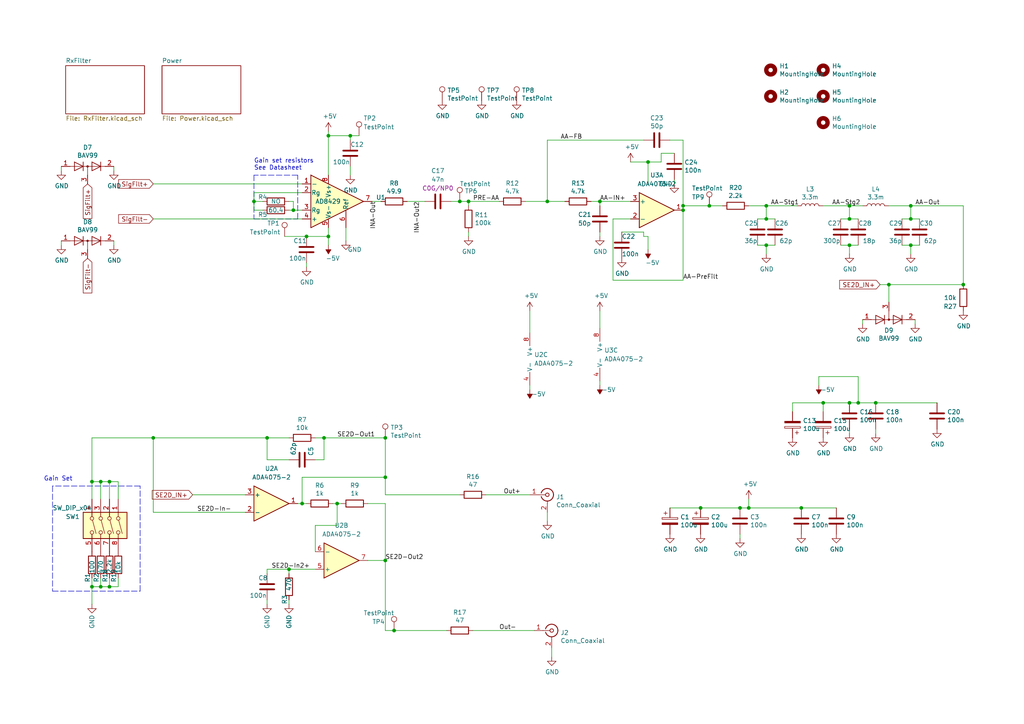
<source format=kicad_sch>
(kicad_sch (version 20211123) (generator eeschema)
  (paper "A4")
  (title_block (title "MPI Preamp+AntiAliasing") (rev "B") (company "MR Physics and Instrumentation Group"))
  (lib_symbols
    (symbol "Amplifier_Instrumentation:AD8429" (pin_names (offset 0.127))
      (property "Reference" "U" (at 3.81 7.62 0))
      (property "Value" "AD8429" (at 3.81 5.08 0))
      (symbol "AD8429_0_1"
        (polyline (pts (xy -7.62 7.62) (xy -7.62 -7.62) (xy 7.62 0) (xy -7.62 7.62)) (stroke (width 0.254)) (fill (type background)))
      )
      (symbol "AD8429_1_1"
        (pin input line (at -10.16 5.08 0) (length 2.54) (name "-") (number "1"))
        (pin passive line (at -10.16 2.54 0) (length 2.54) (name "Rg") (number "2"))
        (pin passive line (at -10.16 -2.54 0) (length 2.54) (name "Rg") (number "3"))
        (pin input line (at -10.16 -5.08 0) (length 2.54) (name "+") (number "4"))
        (pin power_in line (at -2.54 -7.62 90) (length 2.54) (name "Vs-") (number "5"))
        (pin passive line (at 2.54 -7.62 90) (length 5.08) (name "Ref") (number "6"))
        (pin output line (at 10.16 0 180) (length 2.54) (name "~") (number "7"))
        (pin power_in line (at -2.54 7.62 270) (length 2.54) (name "Vs+") (number "8"))
      )
    )
    (symbol "Amplifier_Operational:ADA4075-2" (pin_names (offset 0.127))
      (property "Reference" "U" (at 0 5.08 0))
      (property "Value" "ADA4075-2" (at 0 -5.08 0))
      (symbol "ADA4075-2_1_1"
        (polyline (pts (xy -5.08 5.08) (xy 5.08 0) (xy -5.08 -5.08) (xy -5.08 5.08)) (stroke (width 0.254)) (fill (type background)))
        (pin output line (at 7.62 0 180) (length 2.54) (name "~") (number "1"))
        (pin input line (at -7.62 -2.54 0) (length 2.54) (name "-") (number "2"))
        (pin input line (at -7.62 2.54 0) (length 2.54) (name "+") (number "3"))
      )
      (symbol "ADA4075-2_2_1"
        (polyline (pts (xy -5.08 5.08) (xy 5.08 0) (xy -5.08 -5.08) (xy -5.08 5.08)) (stroke (width 0.254)) (fill (type background)))
        (pin input line (at -7.62 2.54 0) (length 2.54) (name "+") (number "5"))
        (pin input line (at -7.62 -2.54 0) (length 2.54) (name "-") (number "6"))
        (pin output line (at 7.62 0 180) (length 2.54) (name "~") (number "7"))
      )
      (symbol "ADA4075-2_3_1"
        (pin power_in line (at -2.54 -7.62 90) (length 3.81) (name "V-") (number "4"))
        (pin power_in line (at -2.54 7.62 270) (length 3.81) (name "V+") (number "8"))
      )
    )
    (symbol "Connector:Conn_Coaxial" (pin_names (offset 1.016) hide)
      (property "Reference" "J" (at 0.254 3.048 0))
      (property "Value" "Conn_Coaxial" (at 2.921 0 90))
      (symbol "Conn_Coaxial_0_1"
        (arc (start -1.778 -0.508) (mid 0.222 -1.808) (end 1.778 0) (stroke (width 0.254)))
        (polyline (pts (xy -2.54 0) (xy -0.508 0)))
        (polyline (pts (xy 0 -2.54) (xy 0 -1.778)))
        (circle (center 0 0) (radius 0.508) (stroke (width 0.2032)))
        (arc (start 1.778 0) (mid 0.2221 1.8083) (end -1.778 0.508) (stroke (width 0.254)))
      )
      (symbol "Conn_Coaxial_1_1"
        (pin passive line (at -5.08 0 0) (length 2.54) (name "In") (number "1"))
        (pin passive line (at 0 -5.08 90) (length 2.54) (name "Ext") (number "2"))
      )
    )
    (symbol "Connector:TestPoint" (pin_numbers hide) (pin_names (offset 0.762) hide)
      (property "Reference" "TP" (at 0 6.858 0))
      (property "Value" "TestPoint" (at 0 5.08 0))
      (symbol "TestPoint_0_1"
        (circle (center 0 3.302) (radius 0.762))
      )
      (symbol "TestPoint_1_1"
        (pin passive line (at 0 0 90) (length 2.54) (name "1") (number "1"))
      )
    )
    (symbol "Device:C" (pin_numbers hide) (pin_names (offset 0.254))
      (property "Reference" "C" (at 0.635 2.54 0))
      (property "Value" "C" (at 0.635 -2.54 0))
      (symbol "C_0_1"
        (polyline (pts (xy -2.032 -0.762) (xy 2.032 -0.762)) (stroke (width 0.508)))
        (polyline (pts (xy -2.032 0.762) (xy 2.032 0.762)) (stroke (width 0.508)))
      )
      (symbol "C_1_1"
        (pin passive line (at 0 3.81 270) (length 2.794) (name "~") (number "1"))
        (pin passive line (at 0 -3.81 90) (length 2.794) (name "~") (number "2"))
      )
    )
    (symbol "Device:CP" (pin_numbers hide) (pin_names (offset 0.254))
      (property "Reference" "C" (at 0.635 2.54 0))
      (property "Value" "Device_CP" (at 0.635 -2.54 0))
      (symbol "CP_0_1"
        (rectangle (start -2.286 0.508) (end 2.286 1.016))
        (polyline (pts (xy -1.778 2.286) (xy -0.762 2.286)))
        (polyline (pts (xy -1.27 2.794) (xy -1.27 1.778)))
        (rectangle (start 2.286 -0.508) (end -2.286 -1.016) (fill (type outline)))
      )
      (symbol "CP_1_1"
        (pin passive line (at 0 3.81 270) (length 2.794) (name "~") (number "1"))
        (pin passive line (at 0 -3.81 90) (length 2.794) (name "~") (number "2"))
      )
    )
    (symbol "Device:L" (pin_numbers hide) (pin_names (offset 1.016) hide)
      (property "Reference" "L" (at -1.27 0 90))
      (property "Value" "L" (at 1.905 0 90))
      (symbol "L_0_1"
        (arc (start 0 -2.54) (mid 0.635 -1.905) (end 0 -1.27))
        (arc (start 0 -1.27) (mid 0.635 -0.635) (end 0 0))
        (arc (start 0 0) (mid 0.635 0.635) (end 0 1.27))
        (arc (start 0 1.27) (mid 0.635 1.905) (end 0 2.54))
      )
      (symbol "L_1_1"
        (pin passive line (at 0 3.81 270) (length 1.27) (name "1") (number "1"))
        (pin passive line (at 0 -3.81 90) (length 1.27) (name "2") (number "2"))
      )
    )
    (symbol "Device:R" (pin_numbers hide) (pin_names (offset 0))
      (property "Reference" "R" (at 2.032 0 90))
      (property "Value" "R" (at 0 0 90))
      (symbol "R_0_1"
        (rectangle (start -1.016 -2.54) (end 1.016 2.54) (stroke (width 0.254)))
      )
      (symbol "R_1_1"
        (pin passive line (at 0 3.81 270) (length 1.27) (name "~") (number "1"))
        (pin passive line (at 0 -3.81 90) (length 1.27) (name "~") (number "2"))
      )
    )
    (symbol "Diode:BAV99" (pin_names hide)
      (property "Reference" "D" (at 0 5.08 0))
      (property "Value" "BAV99" (at 0 2.54 0))
      (symbol "BAV99_0_1"
        (polyline (pts (xy -5.08 0) (xy 5.08 0)))
      )
      (symbol "BAV99_1_1"
        (polyline (pts (xy 0 0) (xy 0 -2.54)))
        (polyline (pts (xy -1.27 -1.27) (xy -1.27 1.27) (xy -1.27 1.27)) (stroke (width 0.2032)))
        (polyline (pts (xy 3.81 1.27) (xy 3.81 -1.27) (xy 3.81 -1.27)) (stroke (width 0.2032)))
        (polyline (pts (xy -3.81 1.27) (xy -1.27 0) (xy -3.81 -1.27) (xy -3.81 1.27) (xy -3.81 1.27) (xy -3.81 1.27)) (stroke (width 0.2032)))
        (polyline (pts (xy 1.27 1.27) (xy 3.81 0) (xy 1.27 -1.27) (xy 1.27 1.27) (xy 1.27 1.27) (xy 1.27 1.27)) (stroke (width 0.2032)))
        (circle (center 0 0) (radius 0.254) (fill (type outline)))
        (pin passive line (at -7.62 0 0) (length 2.54) (name "K") (number "1"))
        (pin passive line (at 7.62 0 180) (length 2.54) (name "A") (number "2"))
        (pin passive line (at 0 -5.08 90) (length 2.54) (name "K") (number "3"))
      )
    )
    (symbol "Mechanical:MountingHole" (pin_names (offset 1.016))
      (property "Reference" "H" (at 0 5.08 0))
      (property "Value" "MountingHole" (at 0 3.175 0))
      (symbol "MountingHole_0_1"
        (circle (center 0 0) (radius 1.27) (stroke (width 1.27)))
      )
    )
    (symbol "Switch:SW_DIP_x04" (pin_names (offset 0) hide)
      (property "Reference" "SW" (at 0 8.89 0))
      (property "Value" "SW_DIP_x04" (at 0 -6.35 0))
      (symbol "SW_DIP_x04_0_0"
        (circle (center -2.032 -2.54) (radius 0.508))
        (circle (center -2.032 0) (radius 0.508))
        (circle (center -2.032 2.54) (radius 0.508))
        (circle (center -2.032 5.08) (radius 0.508))
        (polyline (pts (xy -1.524 -2.3876) (xy 2.3622 -1.3462)))
        (polyline (pts (xy -1.524 0.127) (xy 2.3622 1.1684)))
        (polyline (pts (xy -1.524 2.667) (xy 2.3622 3.7084)))
        (polyline (pts (xy -1.524 5.207) (xy 2.3622 6.2484)))
        (circle (center 2.032 -2.54) (radius 0.508))
        (circle (center 2.032 0) (radius 0.508))
        (circle (center 2.032 2.54) (radius 0.508))
        (circle (center 2.032 5.08) (radius 0.508))
      )
      (symbol "SW_DIP_x04_0_1"
        (rectangle (start -3.81 7.62) (end 3.81 -5.08) (stroke (width 0.254)) (fill (type background)))
      )
      (symbol "SW_DIP_x04_1_1"
        (pin passive line (at -7.62 5.08 0) (length 5.08) (name "~") (number "1"))
        (pin passive line (at -7.62 2.54 0) (length 5.08) (name "~") (number "2"))
        (pin passive line (at -7.62 0 0) (length 5.08) (name "~") (number "3"))
        (pin passive line (at -7.62 -2.54 0) (length 5.08) (name "~") (number "4"))
        (pin passive line (at 7.62 -2.54 180) (length 5.08) (name "~") (number "5"))
        (pin passive line (at 7.62 0 180) (length 5.08) (name "~") (number "6"))
        (pin passive line (at 7.62 2.54 180) (length 5.08) (name "~") (number "7"))
        (pin passive line (at 7.62 5.08 180) (length 5.08) (name "~") (number "8"))
      )
    )
    (symbol "power:+5V" (power) (pin_names (offset 0))
      (property "Value" "+5V" (at 0 3.556 0))
      (symbol "+5V_0_1"
        (polyline (pts (xy -0.762 1.27) (xy 0 2.54)))
        (polyline (pts (xy 0 0) (xy 0 2.54)))
        (polyline (pts (xy 0 2.54) (xy 0.762 1.27)))
      )
      (symbol "+5V_1_1"
        (pin power_in line (at 0 0 90) (length 0) hide (name "+5V") (number "1"))
      )
    )
    (symbol "power:-5V" (power) (pin_names (offset 0))
      (property "Value" "-5V" (at 0 3.81 0))
      (symbol "-5V_0_0"
        (pin power_in line (at 0 0 90) (length 0) hide (name "-5V") (number "1"))
      )
      (symbol "-5V_0_1"
        (polyline (pts (xy 0 0) (xy 0 1.27) (xy 0.762 1.27) (xy 0 2.54) (xy -0.762 1.27) (xy 0 1.27)) (fill (type outline)))
      )
    )
    (symbol "power:GND" (power) (pin_names (offset 0))
      (property "Value" "GND" (at 0 -3.81 0))
      (symbol "GND_0_1"
        (polyline (pts (xy 0 0) (xy 0 -1.27) (xy 1.27 -1.27) (xy 0 -2.54) (xy -1.27 -1.27) (xy 0 -1.27)))
      )
      (symbol "GND_1_1"
        (pin power_in line (at 0 0 270) (length 0) hide (name "GND") (number "1"))
      )
    )
  )
  (junction (at 246.38 59.69))
  (junction (at 111.76 127))
  (junction (at 26.67 170.18))
  (junction (at 279.4 82.55))
  (junction (at 158.75 58.42))
  (junction (at 205.74 59.69))
  (junction (at 73.66 58.42))
  (junction (at 29.21 170.18))
  (junction (at 257.81 82.55))
  (junction (at 222.25 71.12))
  (junction (at 85.09 60.96))
  (junction (at 88.9 68.58))
  (junction (at 111.76 162.56))
  (junction (at 95.25 68.58))
  (junction (at 238.76 116.84))
  (junction (at 217.17 147.32))
  (junction (at 29.21 139.7))
  (junction (at 222.25 59.69))
  (junction (at 232.41 147.32))
  (junction (at 198.12 59.69))
  (junction (at 203.2 147.32))
  (junction (at 133.35 58.42))
  (junction (at 44.45 127))
  (junction (at 246.38 63.5))
  (junction (at 254 116.84))
  (junction (at 87.63 146.05))
  (junction (at 93.98 127))
  (junction (at 31.75 139.7))
  (junction (at 77.47 127))
  (junction (at 31.75 170.18))
  (junction (at 97.79 146.05))
  (junction (at 214.63 147.32))
  (junction (at 95.25 39.37))
  (junction (at 264.16 63.5))
  (junction (at 83.82 165.1))
  (junction (at 187.96 46.99))
  (junction (at 246.38 71.12))
  (junction (at 173.99 58.42))
  (junction (at 101.6 39.37))
  (junction (at 246.38 116.84))
  (junction (at 198.12 60.96))
  (junction (at 248.92 116.84))
  (junction (at 26.67 139.7))
  (junction (at 264.16 71.12))
  (junction (at 111.76 138.43))
  (junction (at 135.89 58.42))
  (junction (at 222.25 63.5))
  (junction (at 114.3 182.88))
  (junction (at 264.16 59.69))
  (wire (pts (xy 187.96 46.99) (xy 187.96 53.34)))
  (wire (pts (xy 153.67 90.17) (xy 153.67 96.52)))
  (wire (pts (xy 26.67 127) (xy 26.67 139.7)))
  (wire (pts (xy 29.21 139.7) (xy 29.21 144.78)))
  (wire (pts (xy 186.69 68.58) (xy 187.96 68.58)))
  (wire (pts (xy 158.75 40.64) (xy 186.69 40.64)))
  (wire (pts (xy 73.66 58.42) (xy 73.66 55.88)))
  (wire (pts (xy 264.16 73.66) (xy 264.16 71.12)))
  (wire (pts (xy 111.76 182.88) (xy 114.3 182.88)))
  (wire (pts (xy 82.55 68.58) (xy 88.9 68.58)))
  (wire (pts (xy 135.89 58.42) (xy 144.78 58.42)))
  (wire (pts (xy 246.38 71.12) (xy 248.92 71.12)))
  (wire (pts (xy 254 125.73) (xy 254 124.46)))
  (wire (pts (xy 246.38 63.5) (xy 246.38 59.69)))
  (wire (pts (xy 232.41 147.32) (xy 242.57 147.32)))
  (polyline (pts (xy 86.36 63.5) (xy 86.36 50.8)))
  (wire (pts (xy 248.92 109.22) (xy 248.92 116.84)))
  (wire (pts (xy 97.79 146.05) (xy 99.06 146.05)))
  (polyline (pts (xy 15.24 140.97) (xy 15.24 171.45)))
  (wire (pts (xy 34.29 167.64) (xy 34.29 170.18)))
  (wire (pts (xy 95.25 68.58) (xy 95.25 66.04)))
  (wire (pts (xy 95.25 39.37) (xy 95.25 38.1)))
  (wire (pts (xy 264.16 59.69) (xy 257.81 59.69)))
  (wire (pts (xy 31.75 139.7) (xy 31.75 144.78)))
  (wire (pts (xy 222.25 73.66) (xy 222.25 71.12)))
  (wire (pts (xy 222.25 63.5) (xy 224.79 63.5)))
  (wire (pts (xy 180.34 67.31) (xy 186.69 67.31)))
  (wire (pts (xy 107.95 58.42) (xy 110.49 58.42)))
  (wire (pts (xy 101.6 40.64) (xy 101.6 39.37)))
  (wire (pts (xy 194.31 147.32) (xy 203.2 147.32)))
  (wire (pts (xy 191.77 44.45) (xy 195.58 44.45)))
  (wire (pts (xy 265.43 93.98) (xy 265.43 92.71)))
  (wire (pts (xy 73.66 55.88) (xy 87.63 55.88)))
  (wire (pts (xy 187.96 46.99) (xy 191.77 46.99)))
  (wire (pts (xy 198.12 60.96) (xy 198.12 81.28)))
  (polyline (pts (xy 15.24 171.45) (xy 40.64 171.45)))
  (wire (pts (xy 246.38 59.69) (xy 250.19 59.69)))
  (wire (pts (xy 135.89 68.58) (xy 135.89 67.31)))
  (wire (pts (xy 257.81 82.55) (xy 279.4 82.55)))
  (wire (pts (xy 77.47 127) (xy 83.82 127)))
  (polyline (pts (xy 40.64 140.97) (xy 15.24 140.97)))
  (wire (pts (xy 248.92 109.22) (xy 237.49 109.22)))
  (polyline (pts (xy 86.36 50.8) (xy 73.66 50.8)))
  (wire (pts (xy 255.27 82.55) (xy 257.81 82.55)))
  (wire (pts (xy 111.76 162.56) (xy 111.76 182.88)))
  (polyline (pts (xy 40.64 171.45) (xy 40.64 140.97)))
  (wire (pts (xy 246.38 116.84) (xy 248.92 116.84)))
  (wire (pts (xy 101.6 39.37) (xy 95.25 39.37)))
  (wire (pts (xy 77.47 165.1) (xy 83.82 165.1)))
  (wire (pts (xy 111.76 143.51) (xy 133.35 143.51)))
  (wire (pts (xy 91.44 133.35) (xy 93.98 133.35)))
  (wire (pts (xy 222.25 63.5) (xy 222.25 59.69)))
  (wire (pts (xy 83.82 166.37) (xy 83.82 165.1)))
  (wire (pts (xy 158.75 58.42) (xy 158.75 40.64)))
  (wire (pts (xy 87.63 146.05) (xy 87.63 138.43)))
  (wire (pts (xy 158.75 58.42) (xy 163.83 58.42)))
  (wire (pts (xy 118.11 58.42) (xy 123.19 58.42)))
  (wire (pts (xy 33.02 71.12) (xy 33.02 69.85)))
  (wire (pts (xy 44.45 148.59) (xy 71.12 148.59)))
  (wire (pts (xy 182.88 58.42) (xy 173.99 58.42)))
  (wire (pts (xy 173.99 59.69) (xy 173.99 58.42)))
  (wire (pts (xy 83.82 58.42) (xy 85.09 58.42)))
  (wire (pts (xy 83.82 165.1) (xy 91.44 165.1)))
  (wire (pts (xy 93.98 133.35) (xy 93.98 127)))
  (wire (pts (xy 237.49 109.22) (xy 237.49 111.76)))
  (wire (pts (xy 246.38 125.73) (xy 246.38 124.46)))
  (wire (pts (xy 158.75 151.13) (xy 158.75 148.59)))
  (wire (pts (xy 173.99 58.42) (xy 171.45 58.42)))
  (wire (pts (xy 217.17 59.69) (xy 222.25 59.69)))
  (wire (pts (xy 217.17 147.32) (xy 232.41 147.32)))
  (wire (pts (xy 191.77 46.99) (xy 191.77 44.45)))
  (wire (pts (xy 205.74 59.69) (xy 198.12 59.69)))
  (wire (pts (xy 238.76 116.84) (xy 229.87 116.84)))
  (wire (pts (xy 214.63 147.32) (xy 217.17 147.32)))
  (wire (pts (xy 85.09 60.96) (xy 87.63 60.96)))
  (wire (pts (xy 83.82 133.35) (xy 77.47 133.35)))
  (wire (pts (xy 153.67 113.03) (xy 153.67 111.76)))
  (polyline (pts (xy 73.66 50.8) (xy 73.66 63.5)))
  (wire (pts (xy 76.2 60.96) (xy 73.66 60.96)))
  (wire (pts (xy 17.78 71.12) (xy 17.78 69.85)))
  (wire (pts (xy 93.98 127) (xy 111.76 127)))
  (wire (pts (xy 31.75 170.18) (xy 29.21 170.18)))
  (wire (pts (xy 264.16 63.5) (xy 261.62 63.5)))
  (wire (pts (xy 88.9 77.47) (xy 88.9 76.2)))
  (wire (pts (xy 248.92 63.5) (xy 246.38 63.5)))
  (wire (pts (xy 254 116.84) (xy 271.78 116.84)))
  (wire (pts (xy 106.68 146.05) (xy 111.76 146.05)))
  (wire (pts (xy 264.16 71.12) (xy 266.7 71.12)))
  (wire (pts (xy 203.2 147.32) (xy 214.63 147.32)))
  (wire (pts (xy 111.76 127) (xy 111.76 138.43)))
  (wire (pts (xy 160.02 190.5) (xy 160.02 187.96)))
  (wire (pts (xy 135.89 59.69) (xy 135.89 58.42)))
  (wire (pts (xy 238.76 119.38) (xy 238.76 116.84)))
  (wire (pts (xy 87.63 138.43) (xy 111.76 138.43)))
  (wire (pts (xy 198.12 81.28) (xy 177.8 81.28)))
  (wire (pts (xy 96.52 146.05) (xy 97.79 146.05)))
  (wire (pts (xy 91.44 160.02) (xy 91.44 152.4)))
  (wire (pts (xy 95.25 71.12) (xy 95.25 68.58)))
  (wire (pts (xy 97.79 152.4) (xy 97.79 146.05)))
  (wire (pts (xy 279.4 82.55) (xy 279.4 59.69)))
  (wire (pts (xy 182.88 46.99) (xy 187.96 46.99)))
  (wire (pts (xy 55.88 143.51) (xy 71.12 143.51)))
  (wire (pts (xy 152.4 58.42) (xy 158.75 58.42)))
  (wire (pts (xy 238.76 116.84) (xy 246.38 116.84)))
  (wire (pts (xy 250.19 93.98) (xy 250.19 92.71)))
  (wire (pts (xy 173.99 90.17) (xy 173.99 95.25)))
  (wire (pts (xy 219.71 63.5) (xy 222.25 63.5)))
  (wire (pts (xy 88.9 68.58) (xy 95.25 68.58)))
  (wire (pts (xy 85.09 58.42) (xy 85.09 60.96)))
  (wire (pts (xy 44.45 148.59) (xy 44.45 127)))
  (wire (pts (xy 91.44 127) (xy 93.98 127)))
  (wire (pts (xy 198.12 40.64) (xy 194.31 40.64)))
  (wire (pts (xy 104.14 39.37) (xy 101.6 39.37)))
  (wire (pts (xy 198.12 59.69) (xy 198.12 40.64)))
  (wire (pts (xy 77.47 175.26) (xy 77.47 173.99)))
  (wire (pts (xy 195.58 52.07) (xy 195.58 53.34)))
  (wire (pts (xy 130.81 58.42) (xy 133.35 58.42)))
  (wire (pts (xy 186.69 67.31) (xy 186.69 68.58)))
  (wire (pts (xy 26.67 127) (xy 44.45 127)))
  (wire (pts (xy 198.12 59.69) (xy 198.12 60.96)))
  (wire (pts (xy 34.29 139.7) (xy 34.29 144.78)))
  (wire (pts (xy 101.6 50.8) (xy 101.6 48.26)))
  (wire (pts (xy 106.68 162.56) (xy 111.76 162.56)))
  (wire (pts (xy 173.99 111.76) (xy 173.99 110.49)))
  (wire (pts (xy 77.47 166.37) (xy 77.47 165.1)))
  (wire (pts (xy 229.87 116.84) (xy 229.87 119.38)))
  (wire (pts (xy 177.8 81.28) (xy 177.8 63.5)))
  (wire (pts (xy 222.25 59.69) (xy 231.14 59.69)))
  (wire (pts (xy 222.25 71.12) (xy 224.79 71.12)))
  (wire (pts (xy 26.67 167.64) (xy 26.67 170.18)))
  (wire (pts (xy 31.75 139.7) (xy 29.21 139.7)))
  (wire (pts (xy 264.16 63.5) (xy 264.16 59.69)))
  (wire (pts (xy 44.45 63.5) (xy 87.63 63.5)))
  (wire (pts (xy 29.21 139.7) (xy 26.67 139.7)))
  (wire (pts (xy 214.63 156.21) (xy 214.63 154.94)))
  (wire (pts (xy 257.81 87.63) (xy 257.81 82.55)))
  (wire (pts (xy 85.09 60.96) (xy 83.82 60.96)))
  (wire (pts (xy 83.82 175.26) (xy 83.82 173.99)))
  (wire (pts (xy 111.76 146.05) (xy 111.76 162.56)))
  (wire (pts (xy 44.45 127) (xy 77.47 127)))
  (wire (pts (xy 209.55 59.69) (xy 205.74 59.69)))
  (wire (pts (xy 76.2 58.42) (xy 73.66 58.42)))
  (wire (pts (xy 100.33 66.04) (xy 100.33 69.85)))
  (wire (pts (xy 248.92 116.84) (xy 254 116.84)))
  (wire (pts (xy 34.29 170.18) (xy 31.75 170.18)))
  (wire (pts (xy 29.21 167.64) (xy 29.21 170.18)))
  (wire (pts (xy 137.16 182.88) (xy 154.94 182.88)))
  (wire (pts (xy 91.44 152.4) (xy 97.79 152.4)))
  (wire (pts (xy 29.21 170.18) (xy 26.67 170.18)))
  (wire (pts (xy 33.02 49.53) (xy 33.02 48.26)))
  (wire (pts (xy 17.78 49.53) (xy 17.78 48.26)))
  (wire (pts (xy 173.99 67.31) (xy 173.99 68.58)))
  (wire (pts (xy 219.71 71.12) (xy 222.25 71.12)))
  (wire (pts (xy 243.84 71.12) (xy 246.38 71.12)))
  (wire (pts (xy 140.97 143.51) (xy 153.67 143.51)))
  (wire (pts (xy 261.62 71.12) (xy 264.16 71.12)))
  (wire (pts (xy 31.75 167.64) (xy 31.75 170.18)))
  (wire (pts (xy 34.29 139.7) (xy 31.75 139.7)))
  (wire (pts (xy 246.38 73.66) (xy 246.38 71.12)))
  (wire (pts (xy 133.35 58.42) (xy 135.89 58.42)))
  (wire (pts (xy 111.76 138.43) (xy 111.76 143.51)))
  (wire (pts (xy 187.96 68.58) (xy 187.96 72.39)))
  (wire (pts (xy 77.47 133.35) (xy 77.47 127)))
  (wire (pts (xy 73.66 60.96) (xy 73.66 58.42)))
  (wire (pts (xy 44.45 53.34) (xy 87.63 53.34)))
  (polyline (pts (xy 73.66 63.5) (xy 86.36 63.5)))
  (wire (pts (xy 177.8 63.5) (xy 182.88 63.5)))
  (wire (pts (xy 246.38 63.5) (xy 243.84 63.5)))
  (wire (pts (xy 279.4 59.69) (xy 264.16 59.69)))
  (wire (pts (xy 86.36 146.05) (xy 87.63 146.05)))
  (wire (pts (xy 26.67 170.18) (xy 26.67 175.26)))
  (wire (pts (xy 87.63 146.05) (xy 88.9 146.05)))
  (wire (pts (xy 26.67 139.7) (xy 26.67 144.78)))
  (wire (pts (xy 238.76 59.69) (xy 246.38 59.69)))
  (wire (pts (xy 266.7 63.5) (xy 264.16 63.5)))
  (wire (pts (xy 114.3 182.88) (xy 129.54 182.88)))
  (wire (pts (xy 217.17 144.78) (xy 217.17 147.32)))
  (wire (pts (xy 95.25 50.8) (xy 95.25 39.37)))
  (text "Gain set resistors\nSee Datasheet" (at 73.66 49.53 0) (effects (font (size 1.27 1.27)) (justify left bottom)))
  (text "Gain Set" (at 12.7 139.7 0) (effects (font (size 1.27 1.27)) (justify left bottom)))
  (label "SE2D-Out2" (at 111.76 162.56 0))
  (label "AA-FB" (at 162.56 40.64 0))
  (label "Out-" (at 144.78 182.88 0))
  (label "AA-Out" (at 265.43 59.69 0))
  (label "INA-Out" (at 109.22 58.42 270))
  (label "Out+" (at 146.05 143.51 0))
  (label "AA-PreFilt" (at 198.12 81.28 0))
  (label "SE2D-In2+" (at 78.74 165.1 0))
  (label "INA-Out2" (at 121.92 58.42 270))
  (label "SE2D-Out1" (at 97.79 127 0))
  (label "SE2D-In-" (at 57.15 148.59 0))
  (label "PRE-AA" (at 137.16 58.42 0))
  (label "AA-Stg2" (at 241.3 59.69 0))
  (label "AA-Stg1" (at 223.52 59.69 0))
  (label "AA-IN+" (at 173.99 58.42 0))
  (global_label "SE2D_IN+" (shape input) (at 55.88 143.51 180) (property "Intersheet References" "${INTERSHEET_REFS}" (effects hide)))
  (global_label "SigFilt+" (shape input) (at 25.4 53.34 270) (property "Intersheet References" "${INTERSHEET_REFS}" (effects hide)))
  (global_label "SigFilt+" (shape input) (at 44.45 53.34 180) (property "Intersheet References" "${INTERSHEET_REFS}" (effects hide)))
  (global_label "SE2D_IN+" (shape input) (at 255.27 82.55 180) (property "Intersheet References" "${INTERSHEET_REFS}" (effects hide)))
  (global_label "SigFilt-" (shape input) (at 44.45 63.5 180) (property "Intersheet References" "${INTERSHEET_REFS}" (effects hide)))
  (global_label "SigFilt-" (shape input) (at 25.4 74.93 270) (property "Intersheet References" "${INTERSHEET_REFS}" (effects hide)))
  (symbol (lib_id "Amplifier_Instrumentation:AD8429") (at 97.79 58.42 0) (unit 1)
    (property "Reference" "U1" (at 109.0676 57.2516 0) (effects (justify left)))
    (property "Value" "AD8429" (at 91.44 58.42 0) (effects (justify left)))
    (property "Footprint" "Package_SO:SOIC-8_3.9x4.9mm_P1.27mm" (effects hide))
    (property "Datasheet" "https://www.analog.com/media/en/technical-documentation/data-sheets/AD8429.pdf" (effects hide))
  )
  (symbol (lib_id "Device:R") (at 114.3 58.42 270) (unit 1)
    (property "Reference" "R8" (at 114.3 53.1622 90))
    (property "Value" "49.9" (at 114.3 55.4736 90))
    (property "Footprint" "Resistor_SMD:R_1206_3216Metric" (effects hide))
  )
  (symbol (lib_id "Device:R") (at 148.59 58.42 270) (unit 1)
    (property "Reference" "R12" (at 148.59 53.1622 90))
    (property "Value" "4.7k" (at 148.59 55.4736 90))
    (property "Footprint" "Resistor_SMD:R_1206_3216Metric" (effects hide))
  )
  (symbol (lib_id "Device:R") (at 167.64 58.42 270) (unit 1)
    (property "Reference" "R13" (at 167.64 53.1622 90))
    (property "Value" "4.7k" (at 167.64 55.4736 90))
    (property "Footprint" "Resistor_SMD:R_1206_3216Metric" (effects hide))
  )
  (symbol (lib_id "Device:C") (at 127 58.42 270) (unit 1)
    (property "Reference" "C17" (at 127 49.53 90))
    (property "Value" "47n" (at 127 52.07 90))
    (property "Footprint" "Capacitor_SMD:C_1206_3216Metric" (effects hide))
    (property "Temp Coef" "C0G/NP0" (at 127 54.61 90))
  )
  (symbol (lib_id "Device:C") (at 190.5 40.64 270) (unit 1)
    (property "Reference" "C23" (at 190.5 34.2392 90))
    (property "Value" "50p" (at 190.5 36.5506 90))
    (property "Footprint" "Capacitor_SMD:C_1206_3216Metric" (effects hide))
  )
  (symbol (lib_id "Device:C") (at 173.99 63.5 180) (unit 1)
    (property "Reference" "C21" (at 167.64 62.23 0) (effects (justify right)))
    (property "Value" "50p" (at 167.64 64.77 0) (effects (justify right)))
    (property "Footprint" "Capacitor_SMD:C_1206_3216Metric" (effects hide))
  )
  (symbol (lib_id "Device:R") (at 213.36 59.69 270) (unit 1)
    (property "Reference" "R20" (at 213.36 54.4322 90))
    (property "Value" "2.2k" (at 213.36 56.7436 90))
    (property "Footprint" "Resistor_SMD:R_1206_3216Metric" (effects hide))
  )
  (symbol (lib_id "Device:C") (at 224.79 67.31 180) (unit 1)
    (property "Reference" "C26" (at 224.79 64.77 0) (effects (justify right)))
    (property "Value" "62p" (at 226.06 69.85 0) (effects (justify right)))
    (property "Footprint" "Capacitor_SMD:C_1206_3216Metric" (effects hide))
  )
  (symbol (lib_id "Device:C") (at 243.84 67.31 180) (unit 1)
    (property "Reference" "C27" (at 240.03 64.77 0) (effects (justify right)))
    (property "Value" "300p" (at 238.76 69.85 0) (effects (justify right)))
    (property "Footprint" "Capacitor_SMD:C_1206_3216Metric" (effects hide))
  )
  (symbol (lib_id "Device:C") (at 261.62 67.31 180) (unit 1)
    (property "Reference" "C29" (at 257.81 64.77 0) (effects (justify right)))
    (property "Value" "36p" (at 257.81 69.85 0) (effects (justify right)))
    (property "Footprint" "Capacitor_SMD:C_1206_3216Metric" (effects hide))
  )
  (symbol (lib_id "Device:L") (at 234.95 59.69 90) (unit 1)
    (property "Reference" "L3" (at 234.95 54.864 90))
    (property "Value" "3.3m" (at 234.95 57.1754 90))
    (property "Footprint" "Inductor_THT:L_Radial_D7.8mm_P5.00mm_Fastron_07HCP" (effects hide))
  )
  (symbol (lib_id "Device:L") (at 254 59.69 90) (unit 1)
    (property "Reference" "L4" (at 254 54.864 90))
    (property "Value" "3.3m" (at 254 57.1754 90))
    (property "Footprint" "Inductor_THT:L_Radial_D7.8mm_P5.00mm_Fastron_07HCP" (effects hide))
  )
  (symbol (lib_id "power:GND") (at 100.33 69.85 0) (unit 1)
    (property "Reference" "#PWR0101" (effects hide))
    (property "Value" "GND" (at 102.87 72.39 0))
  )
  (symbol (lib_id "power:GND") (at 222.25 73.66 0) (unit 1)
    (property "Reference" "#PWR0102" (effects hide))
    (property "Value" "GND" (at 222.377 78.0542 0))
  )
  (symbol (lib_id "power:GND") (at 246.38 73.66 0) (unit 1)
    (property "Reference" "#PWR0103" (effects hide))
    (property "Value" "GND" (at 246.507 78.0542 0))
  )
  (symbol (lib_id "power:GND") (at 264.16 73.66 0) (unit 1)
    (property "Reference" "#PWR0104" (effects hide))
    (property "Value" "GND" (at 264.287 78.0542 0))
  )
  (symbol (lib_id "power:GND") (at 173.99 68.58 0) (unit 1)
    (property "Reference" "#PWR0105" (effects hide))
    (property "Value" "GND" (at 174.117 72.9742 0))
  )
  (symbol (lib_id "Device:C") (at 195.58 48.26 180) (unit 1)
    (property "Reference" "C24" (at 198.501 47.0916 0) (effects (justify right)))
    (property "Value" "100n" (at 198.501 49.403 0) (effects (justify right)))
    (property "Footprint" "Capacitor_SMD:C_1206_3216Metric" (effects hide))
  )
  (symbol (lib_id "power:GND") (at 195.58 53.34 0) (unit 1)
    (property "Reference" "#PWR0109" (effects hide))
    (property "Value" "GND" (at 193.04 53.34 0))
  )
  (symbol (lib_id "Device:C") (at 180.34 71.12 180) (unit 1)
    (property "Reference" "C22" (at 180.34 68.58 0) (effects (justify right)))
    (property "Value" "100n" (at 180.34 73.66 0) (effects (justify right)))
    (property "Footprint" "Capacitor_SMD:C_1206_3216Metric" (effects hide))
  )
  (symbol (lib_id "power:GND") (at 180.34 74.93 0) (unit 1)
    (property "Reference" "#PWR0110" (effects hide))
    (property "Value" "GND" (at 180.467 79.3242 0))
  )
  (symbol (lib_id "Device:C") (at 219.71 67.31 180) (unit 1)
    (property "Reference" "C25" (at 215.9 64.77 0) (effects (justify right)))
    (property "Value" "36p" (at 215.9 69.85 0) (effects (justify right)))
    (property "Footprint" "Capacitor_SMD:C_1206_3216Metric" (effects hide))
  )
  (symbol (lib_id "Device:C") (at 248.92 67.31 180) (unit 1)
    (property "Reference" "C28" (at 248.92 64.77 0) (effects (justify right)))
    (property "Value" "18p" (at 250.19 69.85 0) (effects (justify right)))
    (property "Footprint" "Capacitor_SMD:C_1206_3216Metric" (effects hide))
  )
  (symbol (lib_id "Device:C") (at 266.7 67.31 180) (unit 1)
    (property "Reference" "C30" (at 266.7 64.77 0) (effects (justify right)))
    (property "Value" "62p" (at 267.97 69.85 0) (effects (justify right)))
    (property "Footprint" "Capacitor_SMD:C_1206_3216Metric" (effects hide))
  )
  (symbol (lib_id "Device:R") (at 135.89 63.5 180) (unit 1)
    (property "Reference" "R11" (at 137.668 62.3316 0) (effects (justify right)))
    (property "Value" "100k" (at 137.668 64.643 0) (effects (justify right)))
    (property "Footprint" "Resistor_SMD:R_1206_3216Metric" (effects hide))
  )
  (symbol (lib_id "power:GND") (at 135.89 68.58 0) (unit 1)
    (property "Reference" "#PWR0111" (effects hide))
    (property "Value" "GND" (at 136.017 72.9742 0))
  )
  (symbol (lib_id "Device:C") (at 214.63 151.13 180) (unit 1)
    (property "Reference" "C3" (at 217.551 149.9616 0) (effects (justify right)))
    (property "Value" "100n" (at 217.551 152.273 0) (effects (justify right)))
    (property "Footprint" "Capacitor_SMD:C_1206_3216Metric" (effects hide))
  )
  (symbol (lib_id "power:GND") (at 214.63 156.21 0) (unit 1)
    (property "Reference" "#PWR0113" (effects hide))
    (property "Value" "GND" (at 214.757 160.6042 0))
  )
  (symbol (lib_id "Device:R") (at 87.63 127 90) (unit 1)
    (property "Reference" "R7" (at 87.63 121.7422 90))
    (property "Value" "10k" (at 87.63 124.0536 90))
    (property "Footprint" "Resistor_SMD:R_1206_3216Metric" (effects hide))
  )
  (symbol (lib_id "power:GND") (at 83.82 175.26 0) (unit 1)
    (property "Reference" "#PWR0117" (effects hide))
    (property "Value" "GND" (at 83.82 180.34 90))
  )
  (symbol (lib_id "Device:R") (at 83.82 170.18 0) (unit 1)
    (property "Reference" "R3" (at 82.55 175.26 90) (effects (justify left)))
    (property "Value" "470" (at 83.82 171.45 90) (effects (justify left)))
    (property "Footprint" "Resistor_SMD:R_1206_3216Metric" (effects hide))
  )
  (symbol (lib_id "Device:C") (at 77.47 170.18 0) (unit 1)
    (property "Reference" "C8" (at 74.93 167.64 0) (effects (justify left)))
    (property "Value" "100n" (at 72.39 172.72 0) (effects (justify left)))
    (property "Footprint" "Capacitor_SMD:C_1206_3216Metric" (effects hide))
  )
  (symbol (lib_id "power:GND") (at 77.47 175.26 0) (unit 1)
    (property "Reference" "#PWR0119" (effects hide))
    (property "Value" "GND" (at 77.47 180.34 90))
  )
  (symbol (lib_id "Device:C") (at 101.6 44.45 180) (unit 1)
    (property "Reference" "C12" (at 101.6 41.91 0) (effects (justify right)))
    (property "Value" "100n" (at 96.52 46.99 0) (effects (justify right)))
    (property "Footprint" "Capacitor_SMD:C_1206_3216Metric" (effects hide))
  )
  (symbol (lib_id "power:GND") (at 101.6 50.8 0) (unit 1)
    (property "Reference" "#PWR0122" (effects hide))
    (property "Value" "GND" (at 101.727 55.1942 0))
  )
  (symbol (lib_id "Device:C") (at 88.9 72.39 180) (unit 1)
    (property "Reference" "C11" (at 85.09 69.85 0) (effects (justify right)))
    (property "Value" "100n" (at 83.82 74.93 0) (effects (justify right)))
    (property "Footprint" "Capacitor_SMD:C_1206_3216Metric" (effects hide))
  )
  (symbol (lib_id "power:GND") (at 88.9 77.47 0) (unit 1)
    (property "Reference" "#PWR0123" (effects hide))
    (property "Value" "GND" (at 89.027 81.8642 0))
  )
  (symbol (lib_id "Connector:TestPoint") (at 128.27 29.21 0) (unit 1)
    (property "Reference" "TP5" (at 129.7432 26.2128 0) (effects (justify left)))
    (property "Value" "TestPoint" (at 129.7432 28.5242 0) (effects (justify left)))
    (property "Footprint" "TestPoint:TestPoint_Keystone_5019_Minature" (effects hide))
  )
  (symbol (lib_id "Connector:TestPoint") (at 139.7 29.21 0) (unit 1)
    (property "Reference" "TP7" (at 141.1732 26.2128 0) (effects (justify left)))
    (property "Value" "TestPoint" (at 141.1732 28.5242 0) (effects (justify left)))
    (property "Footprint" "TestPoint:TestPoint_Keystone_5019_Minature" (effects hide))
  )
  (symbol (lib_id "Connector:TestPoint") (at 149.86 29.21 0) (unit 1)
    (property "Reference" "TP8" (at 151.3332 26.2128 0) (effects (justify left)))
    (property "Value" "TestPoint" (at 151.3332 28.5242 0) (effects (justify left)))
    (property "Footprint" "TestPoint:TestPoint_Keystone_5019_Minature" (effects hide))
  )
  (symbol (lib_id "Connector:TestPoint") (at 133.35 58.42 0) (unit 1)
    (property "Reference" "TP6" (at 134.8232 55.4228 0) (effects (justify left)))
    (property "Value" "TestPoint" (at 133.35 53.34 0) (effects (justify left)))
    (property "Footprint" "TestPoint:TestPoint_THTPad_1.0x1.0mm_Drill0.5mm" (effects hide))
  )
  (symbol (lib_id "Connector:TestPoint") (at 205.74 59.69 0) (unit 1)
    (property "Reference" "TP9" (at 200.66 57.15 0) (effects (justify left)))
    (property "Value" "TestPoint" (at 200.66 54.61 0) (effects (justify left)))
    (property "Footprint" "TestPoint:TestPoint_THTPad_1.0x1.0mm_Drill0.5mm" (effects hide))
  )
  (symbol (lib_id "Connector:TestPoint") (at 111.76 127 0) (unit 1)
    (property "Reference" "TP3" (at 113.2332 124.0028 0) (effects (justify left)))
    (property "Value" "TestPoint" (at 113.2332 126.3142 0) (effects (justify left)))
    (property "Footprint" "TestPoint:TestPoint_THTPad_1.0x1.0mm_Drill0.5mm" (effects hide))
  )
  (symbol (lib_id "Connector:TestPoint") (at 114.3 182.88 0) (unit 1)
    (property "Reference" "TP4" (at 107.95 180.34 0) (effects (justify left)))
    (property "Value" "TestPoint" (at 105.41 177.8 0) (effects (justify left)))
    (property "Footprint" "TestPoint:TestPoint_THTPad_1.0x1.0mm_Drill0.5mm" (effects hide))
  )
  (symbol (lib_id "power:GND") (at 128.27 29.21 0) (unit 1)
    (property "Reference" "#PWR0159" (effects hide))
    (property "Value" "GND" (at 128.397 33.6042 0))
  )
  (symbol (lib_id "power:GND") (at 139.7 29.21 0) (unit 1)
    (property "Reference" "#PWR0160" (effects hide))
    (property "Value" "GND" (at 139.827 33.6042 0))
  )
  (symbol (lib_id "power:GND") (at 149.86 29.21 0) (unit 1)
    (property "Reference" "#PWR0161" (effects hide))
    (property "Value" "GND" (at 149.987 33.6042 0))
  )
  (symbol (lib_id "Connector:TestPoint") (at 104.14 39.37 0) (unit 1)
    (property "Reference" "TP2" (at 105.41 34.29 0) (effects (justify left)))
    (property "Value" "TestPoint" (at 105.41 36.83 0) (effects (justify left)))
    (property "Footprint" "TestPoint:TestPoint_THTPad_1.0x1.0mm_Drill0.5mm" (effects hide))
  )
  (symbol (lib_id "Connector:TestPoint") (at 82.55 68.58 0) (unit 1)
    (property "Reference" "TP1" (at 77.47 64.77 0) (effects (justify left)))
    (property "Value" "TestPoint" (at 72.39 67.31 0) (effects (justify left)))
    (property "Footprint" "TestPoint:TestPoint_THTPad_1.0x1.0mm_Drill0.5mm" (effects hide))
  )
  (symbol (lib_id "Device:R") (at 80.01 60.96 90) (unit 1)
    (property "Reference" "R5" (at 76.2 62.23 90))
    (property "Value" "60.4" (at 80.01 60.96 90))
    (property "Footprint" "Resistor_SMD:R_0603_1608Metric" (effects hide))
  )
  (symbol (lib_id "Device:R") (at 80.01 58.42 90) (unit 1)
    (property "Reference" "R4" (at 76.2 57.15 90))
    (property "Value" "NO" (at 80.01 58.42 90))
    (property "Footprint" "Resistor_SMD:R_0603_1608Metric" (effects hide))
  )
  (symbol (lib_id "Device:C") (at 254 120.65 180) (unit 1)
    (property "Reference" "C18" (at 256.921 119.4816 0) (effects (justify right)))
    (property "Value" "100n" (at 256.921 121.793 0) (effects (justify right)))
    (property "Footprint" "Capacitor_SMD:C_1206_3216Metric" (effects hide))
  )
  (symbol (lib_id "Device:C") (at 246.38 120.65 180) (unit 1)
    (property "Reference" "C16" (at 249.301 119.4816 0) (effects (justify right)))
    (property "Value" "100n" (at 249.301 121.793 0) (effects (justify right)))
    (property "Footprint" "Capacitor_SMD:C_1206_3216Metric" (effects hide))
  )
  (symbol (lib_id "power:GND") (at 246.38 125.73 0) (unit 1)
    (property "Reference" "#PWR0129" (effects hide))
    (property "Value" "GND" (at 246.507 130.1242 0))
  )
  (symbol (lib_id "power:GND") (at 254 125.73 0) (unit 1)
    (property "Reference" "#PWR0130" (effects hide))
    (property "Value" "GND" (at 254.127 130.1242 0))
  )
  (symbol (lib_id "Device:R") (at 137.16 143.51 90) (unit 1)
    (property "Reference" "R16" (at 137.16 138.2522 90))
    (property "Value" "47" (at 137.16 140.5636 90))
    (property "Footprint" "Resistor_SMD:R_1206_3216Metric" (effects hide))
  )
  (symbol (lib_id "Connector:Conn_Coaxial") (at 158.75 143.51 0) (unit 1)
    (property "Reference" "J1" (at 161.29 144.145 0) (effects (justify left)))
    (property "Value" "Conn_Coaxial" (at 161.29 146.4564 0) (effects (justify left)))
    (property "Footprint" "Connector_Coaxial:BNC_TEConnectivity_1478204_Vertical" (effects hide))
    (property "Datasheet" " ~" (effects hide))
  )
  (symbol (lib_id "power:GND") (at 158.75 151.13 0) (unit 1)
    (property "Reference" "#PWR0136" (effects hide))
    (property "Value" "GND" (at 158.877 155.5242 0))
  )
  (symbol (lib_id "Device:R") (at 133.35 182.88 90) (unit 1)
    (property "Reference" "R17" (at 133.35 177.6222 90))
    (property "Value" "47" (at 133.35 179.9336 90))
    (property "Footprint" "Resistor_SMD:R_1206_3216Metric" (effects hide))
  )
  (symbol (lib_id "Connector:Conn_Coaxial") (at 160.02 182.88 0) (unit 1)
    (property "Reference" "J2" (at 162.56 183.515 0) (effects (justify left)))
    (property "Value" "Conn_Coaxial" (at 162.56 185.8264 0) (effects (justify left)))
    (property "Footprint" "Connector_Coaxial:BNC_TEConnectivity_1478204_Vertical" (effects hide))
    (property "Datasheet" " ~" (effects hide))
  )
  (symbol (lib_id "power:GND") (at 160.02 190.5 0) (unit 1)
    (property "Reference" "#PWR0142" (effects hide))
    (property "Value" "GND" (at 160.147 194.8942 0))
  )
  (symbol (lib_id "Mechanical:MountingHole") (at 223.52 20.32 0) (unit 1)
    (property "Reference" "H1" (at 226.06 19.1516 0) (effects (justify left)))
    (property "Value" "MountingHole" (at 226.06 21.463 0) (effects (justify left)))
    (property "Footprint" "MountingHole:MountingHole_4.3mm_M4" (effects hide))
  )
  (symbol (lib_id "Mechanical:MountingHole") (at 238.76 20.32 0) (unit 1)
    (property "Reference" "H4" (at 241.3 19.1516 0) (effects (justify left)))
    (property "Value" "MountingHole" (at 241.3 21.463 0) (effects (justify left)))
    (property "Footprint" "MountingHole:MountingHole_4.3mm_M4" (effects hide))
  )
  (symbol (lib_id "Mechanical:MountingHole") (at 223.52 27.94 0) (unit 1)
    (property "Reference" "H2" (at 226.06 26.7716 0) (effects (justify left)))
    (property "Value" "MountingHole" (at 226.06 29.083 0) (effects (justify left)))
    (property "Footprint" "MountingHole:MountingHole_4.3mm_M4" (effects hide))
  )
  (symbol (lib_id "Mechanical:MountingHole") (at 238.76 27.94 0) (unit 1)
    (property "Reference" "H5" (at 241.3 26.7716 0) (effects (justify left)))
    (property "Value" "MountingHole" (at 241.3 29.083 0) (effects (justify left)))
    (property "Footprint" "MountingHole:MountingHole_4.3mm_M4" (effects hide))
  )
  (symbol (lib_id "Mechanical:MountingHole") (at 238.76 35.56 0) (unit 1)
    (property "Reference" "H6" (at 241.3 34.3916 0) (effects (justify left)))
    (property "Value" "MountingHole" (at 241.3 36.703 0) (effects (justify left)))
    (property "Footprint" "MountingHole:MountingHole_4.3mm_M4" (effects hide))
  )
  (symbol (lib_id "Device:CP") (at 203.2 151.13 0) (unit 1)
    (property "Reference" "C2" (at 206.1972 149.9616 0) (effects (justify left)))
    (property "Value" "100u" (at 206.1972 152.273 0) (effects (justify left)))
    (property "Footprint" "Capacitor_THT:CP_Radial_D8.0mm_P5.00mm" (effects hide))
  )
  (symbol (lib_id "Device:CP") (at 194.31 151.13 0) (unit 1)
    (property "Reference" "C1" (at 197.3072 149.9616 0) (effects (justify left)))
    (property "Value" "100u" (at 197.3072 152.273 0) (effects (justify left)))
    (property "Footprint" "Capacitor_THT:CP_Radial_D8.0mm_P5.00mm" (effects hide))
  )
  (symbol (lib_id "Device:CP") (at 238.76 123.19 180) (unit 1)
    (property "Reference" "C15" (at 241.7572 122.0216 0) (effects (justify right)))
    (property "Value" "100u" (at 241.7572 124.333 0) (effects (justify right)))
    (property "Footprint" "Capacitor_THT:CP_Radial_D8.0mm_P5.00mm" (effects hide))
  )
  (symbol (lib_id "Device:CP") (at 229.87 123.19 180) (unit 1)
    (property "Reference" "C13" (at 232.8672 122.0216 0) (effects (justify right)))
    (property "Value" "100u" (at 232.8672 124.333 0) (effects (justify right)))
    (property "Footprint" "Capacitor_THT:CP_Radial_D8.0mm_P5.00mm" (effects hide))
  )
  (symbol (lib_id "power:GND") (at 203.2 154.94 0) (unit 1)
    (property "Reference" "#PWR0143" (effects hide))
    (property "Value" "GND" (at 203.327 159.3342 0))
  )
  (symbol (lib_id "power:GND") (at 194.31 154.94 0) (unit 1)
    (property "Reference" "#PWR0144" (effects hide))
    (property "Value" "GND" (at 194.437 159.3342 0))
  )
  (symbol (lib_id "power:GND") (at 229.87 127 0) (unit 1)
    (property "Reference" "#PWR0145" (effects hide))
    (property "Value" "GND" (at 229.997 131.3942 0))
  )
  (symbol (lib_id "power:GND") (at 238.76 127 0) (unit 1)
    (property "Reference" "#PWR0146" (effects hide))
    (property "Value" "GND" (at 238.887 131.3942 0))
  )
  (symbol (lib_id "Device:C") (at 232.41 151.13 180) (unit 1)
    (property "Reference" "C7" (at 235.331 149.9616 0) (effects (justify right)))
    (property "Value" "100n" (at 235.331 152.273 0) (effects (justify right)))
    (property "Footprint" "Capacitor_SMD:C_1206_3216Metric" (effects hide))
  )
  (symbol (lib_id "Device:C") (at 242.57 151.13 180) (unit 1)
    (property "Reference" "C9" (at 245.491 149.9616 0) (effects (justify right)))
    (property "Value" "100n" (at 245.491 152.273 0) (effects (justify right)))
    (property "Footprint" "Capacitor_SMD:C_1206_3216Metric" (effects hide))
  )
  (symbol (lib_id "power:GND") (at 232.41 154.94 0) (unit 1)
    (property "Reference" "#PWR0147" (effects hide))
    (property "Value" "GND" (at 232.537 159.3342 0))
  )
  (symbol (lib_id "power:GND") (at 242.57 154.94 0) (unit 1)
    (property "Reference" "#PWR0148" (effects hide))
    (property "Value" "GND" (at 242.697 159.3342 0))
  )
  (symbol (lib_id "Device:C") (at 271.78 120.65 180) (unit 1)
    (property "Reference" "C20" (at 274.701 119.4816 0) (effects (justify right)))
    (property "Value" "100n" (at 274.701 121.793 0) (effects (justify right)))
    (property "Footprint" "Capacitor_SMD:C_1206_3216Metric" (effects hide))
  )
  (symbol (lib_id "power:GND") (at 271.78 124.46 0) (unit 1)
    (property "Reference" "#PWR0150" (effects hide))
    (property "Value" "GND" (at 271.907 128.8542 0))
  )
  (symbol (lib_id "power:+5V") (at 95.25 38.1 0) (unit 1)
    (property "Reference" "#PWR0106" (effects hide))
    (property "Value" "+5V" (at 95.631 33.7058 0))
  )
  (symbol (lib_id "power:-5V") (at 95.25 71.12 180) (unit 1)
    (property "Reference" "#PWR0107" (effects hide))
    (property "Value" "-5V" (at 96.52 74.93 0))
  )
  (symbol (lib_id "power:+5V") (at 182.88 46.99 0) (unit 1)
    (property "Reference" "#PWR0108" (effects hide))
    (property "Value" "+5V" (at 183.261 42.5958 0))
  )
  (symbol (lib_id "power:-5V") (at 187.96 72.39 180) (unit 1)
    (property "Reference" "#PWR0112" (effects hide))
    (property "Value" "-5V" (at 189.23 76.2 0))
  )
  (symbol (lib_id "Switch:SW_DIP_x04") (at 29.21 152.4 270) (unit 1)
    (property "Reference" "SW1" (at 19.05 149.86 90) (effects (justify left)))
    (property "Value" "SW_DIP_x04" (at 15.24 147.32 90) (effects (justify left)))
    (property "Footprint" "Button_Switch_SMD:SW_DIP_SPSTx04_Slide_6.7x11.72mm_W6.73mm_P2.54mm_LowProfile_JPin" (effects hide))
  )
  (symbol (lib_id "power:+5V") (at 217.17 144.78 0) (unit 1)
    (property "Reference" "#PWR0115" (effects hide))
    (property "Value" "+5V" (at 217.551 140.3858 0))
  )
  (symbol (lib_id "power:-5V") (at 237.49 111.76 180) (unit 1)
    (property "Reference" "#PWR0120" (effects hide))
    (property "Value" "-5V" (at 240.03 113.03 0))
  )
  (symbol (lib_id "Device:R") (at 279.4 86.36 180) (unit 1)
    (property "Reference" "R27" (at 275.59 88.9 0))
    (property "Value" "10k" (at 275.59 86.36 0))
    (property "Footprint" "Resistor_SMD:R_1206_3216Metric" (effects hide))
  )
  (symbol (lib_id "power:GND") (at 279.4 90.17 0) (unit 1)
    (property "Reference" "#PWR0121" (effects hide))
    (property "Value" "GND" (at 279.527 94.5642 0))
  )
  (symbol (lib_id "Device:R") (at 26.67 163.83 0) (unit 1)
    (property "Reference" "R1" (at 25.4 168.91 90) (effects (justify left)))
    (property "Value" "100" (at 26.67 166.37 90) (effects (justify left)))
    (property "Footprint" "Resistor_SMD:R_1206_3216Metric" (effects hide))
  )
  (symbol (lib_id "Device:R") (at 29.21 163.83 0) (unit 1)
    (property "Reference" "R2" (at 27.94 168.91 90) (effects (justify left)))
    (property "Value" "470" (at 29.21 166.37 90) (effects (justify left)))
    (property "Footprint" "Resistor_SMD:R_1206_3216Metric" (effects hide))
  )
  (symbol (lib_id "Device:R") (at 31.75 163.83 0) (unit 1)
    (property "Reference" "R18" (at 30.48 168.91 90) (effects (justify left)))
    (property "Value" "2.2k" (at 31.75 166.37 90) (effects (justify left)))
    (property "Footprint" "Resistor_SMD:R_1206_3216Metric" (effects hide))
  )
  (symbol (lib_id "Device:R") (at 34.29 163.83 0) (unit 1)
    (property "Reference" "R19" (at 33.02 168.91 90) (effects (justify left)))
    (property "Value" "10k" (at 34.29 166.37 90) (effects (justify left)))
    (property "Footprint" "Resistor_SMD:R_1206_3216Metric" (effects hide))
  )
  (symbol (lib_id "power:GND") (at 26.67 175.26 0) (unit 1)
    (property "Reference" "#PWR0128" (effects hide))
    (property "Value" "GND" (at 26.67 180.34 90))
  )
  (symbol (lib_id "power:+5V") (at 153.67 90.17 0) (unit 1)
    (property "Reference" "#PWR0132" (effects hide))
    (property "Value" "+5V" (at 154.051 85.7758 0))
  )
  (symbol (lib_id "power:-5V") (at 153.67 113.03 180) (unit 1)
    (property "Reference" "#PWR0134" (effects hide))
    (property "Value" "-5V" (at 156.21 114.3 0))
  )
  (symbol (lib_id "Diode:BAV99") (at 25.4 48.26 0) (unit 1)
    (property "Reference" "D7" (at 25.4 42.7736 0))
    (property "Value" "BAV99" (at 25.4 45.085 0))
    (property "Footprint" "Package_TO_SOT_SMD:SOT-23" (effects hide))
    (property "Datasheet" "https://assets.nexperia.com/documents/data-sheet/BAV99_SER.pdf" (effects hide))
  )
  (symbol (lib_id "power:GND") (at 33.02 49.53 0) (unit 1)
    (property "Reference" "#PWR0137" (effects hide))
    (property "Value" "GND" (at 33.147 53.9242 0))
  )
  (symbol (lib_id "power:GND") (at 17.78 49.53 0) (unit 1)
    (property "Reference" "#PWR0133" (effects hide))
    (property "Value" "GND" (at 17.907 53.9242 0))
  )
  (symbol (lib_id "Diode:BAV99") (at 25.4 69.85 0) (unit 1)
    (property "Reference" "D8" (at 25.4 64.3636 0))
    (property "Value" "BAV99" (at 25.4 66.675 0))
    (property "Footprint" "Package_TO_SOT_SMD:SOT-23" (effects hide))
    (property "Datasheet" "https://assets.nexperia.com/documents/data-sheet/BAV99_SER.pdf" (effects hide))
  )
  (symbol (lib_id "power:GND") (at 33.02 71.12 0) (unit 1)
    (property "Reference" "#PWR0131" (effects hide))
    (property "Value" "GND" (at 33.147 75.5142 0))
  )
  (symbol (lib_id "power:GND") (at 17.78 71.12 0) (unit 1)
    (property "Reference" "#PWR0135" (effects hide))
    (property "Value" "GND" (at 17.907 75.5142 0))
  )
  (symbol (lib_id "Diode:BAV99") (at 257.81 92.71 0) (mirror x) (unit 1)
    (property "Reference" "D9" (at 257.81 95.8342 0))
    (property "Value" "BAV99" (at 257.81 98.1456 0))
    (property "Footprint" "Package_TO_SOT_SMD:SOT-23" (effects hide))
    (property "Datasheet" "https://assets.nexperia.com/documents/data-sheet/BAV99_SER.pdf" (effects hide))
  )
  (symbol (lib_id "power:GND") (at 265.43 93.98 0) (unit 1)
    (property "Reference" "#PWR0116" (effects hide))
    (property "Value" "GND" (at 265.557 98.3742 0))
  )
  (symbol (lib_id "power:GND") (at 250.19 93.98 0) (unit 1)
    (property "Reference" "#PWR0118" (effects hide))
    (property "Value" "GND" (at 250.317 98.3742 0))
  )
  (symbol (lib_id "Device:C") (at 87.63 133.35 90) (unit 1)
    (property "Reference" "C5" (at 90.17 129.54 0) (effects (justify right)))
    (property "Value" "62p" (at 85.09 128.27 0) (effects (justify right)))
    (property "Footprint" "Capacitor_SMD:C_1206_3216Metric" (effects hide))
  )
  (symbol (lib_id "Amplifier_Operational:ADA4075-2") (at 99.06 162.56 0) (mirror x) (unit 2)
    (property "Reference" "U2" (at 99.06 152.4 0))
    (property "Value" "ADA4075-2" (at 99.06 154.94 0))
    (property "Footprint" "Package_SO:SOIC-8_3.9x4.9mm_P1.27mm" (effects hide))
    (property "Datasheet" "https://www.analog.com/static/imported-files/data_sheets/ADA4075-2.pdf" (effects hide))
  )
  (symbol (lib_id "Amplifier_Operational:ADA4075-2") (at 176.53 102.87 0) (unit 3)
    (property "Reference" "U3" (at 175.26 101.5999 0) (effects (justify left)))
    (property "Value" "ADA4075-2" (at 175.26 104.1399 0) (effects (justify left)))
    (property "Footprint" "Package_SO:SOIC-8_3.9x4.9mm_P1.27mm" (effects hide))
    (property "Datasheet" "https://www.analog.com/static/imported-files/data_sheets/ADA4075-2.pdf" (effects hide))
  )
  (symbol (lib_id "Device:R") (at 92.71 146.05 90) (unit 1)
    (property "Reference" "R6" (at 92.71 140.7922 90))
    (property "Value" "1k" (at 92.71 143.1036 90))
    (property "Footprint" "Resistor_SMD:R_1206_3216Metric" (effects hide))
  )
  (symbol (lib_id "power:-5V") (at 173.99 111.76 180) (unit 1)
    (property "Reference" "#PWR0127" (effects hide))
    (property "Value" "-5V" (at 176.53 113.03 0))
  )
  (symbol (lib_id "Amplifier_Operational:ADA4075-2") (at 190.5 60.96 0) (unit 1)
    (property "Reference" "U3" (at 190.5 50.8 0))
    (property "Value" "ADA4075-2" (at 190.5 53.34 0))
    (property "Footprint" "Package_SO:SOIC-8_3.9x4.9mm_P1.27mm" (effects hide))
    (property "Datasheet" "https://www.analog.com/static/imported-files/data_sheets/ADA4075-2.pdf" (effects hide))
  )
  (symbol (lib_id "Amplifier_Operational:ADA4075-2") (at 156.21 104.14 0) (unit 3)
    (property "Reference" "U2" (at 154.94 102.8699 0) (effects (justify left)))
    (property "Value" "ADA4075-2" (at 154.94 105.4099 0) (effects (justify left)))
    (property "Footprint" "Package_SO:SOIC-8_3.9x4.9mm_P1.27mm" (effects hide))
    (property "Datasheet" "https://www.analog.com/static/imported-files/data_sheets/ADA4075-2.pdf" (effects hide))
  )
  (symbol (lib_id "power:+5V") (at 173.99 90.17 0) (unit 1)
    (property "Reference" "#PWR0126" (effects hide))
    (property "Value" "+5V" (at 174.371 85.7758 0))
  )
  (symbol (lib_id "Device:R") (at 102.87 146.05 90) (unit 1)
    (property "Reference" "R9" (at 102.87 140.7922 90))
    (property "Value" "1k" (at 102.87 143.1036 90))
    (property "Footprint" "Resistor_SMD:R_1206_3216Metric" (effects hide))
  )
  (symbol (lib_id "Amplifier_Operational:ADA4075-2") (at 78.74 146.05 0) (unit 1)
    (property "Reference" "U2" (at 78.74 135.89 0))
    (property "Value" "ADA4075-2" (at 78.74 138.43 0))
    (property "Footprint" "Package_SO:SOIC-8_3.9x4.9mm_P1.27mm" (effects hide))
    (property "Datasheet" "https://www.analog.com/static/imported-files/data_sheets/ADA4075-2.pdf" (effects hide))
  )
  (sheet (at 19.05 19.05) (size 22.86 13.97)
    (property "Sheet name" "RxFilter" (at 19.05 18.3384 0) (effects (justify left bottom)))
    (property "Sheet file" "RxFilter.kicad_sch" (at 19.05 33.6046 0) (effects (justify left top)))
  )
  (sheet (at 46.99 19.05) (size 22.86 13.97)
    (property "Sheet name" "Power" (at 46.99 18.3384 0) (effects (justify left bottom)))
    (property "Sheet file" "Power.kicad_sch" (at 46.99 33.6046 0) (effects (justify left top)))
  )
)
</source>
